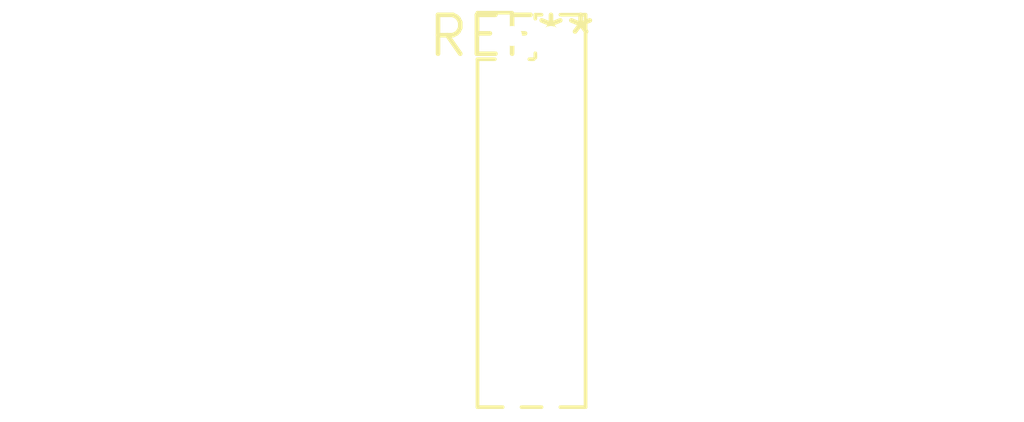
<source format=kicad_pcb>
(kicad_pcb (version 20240108) (generator pcbnew)
  (layers (0 "F.Cu" signal) (31 "B.Cu" signal) (34 "B.Paste" user) (35 "F.Paste" user) (36 "B.SilkS" user "B.Silkscreen") (37 "F.SilkS" user "F.Silkscreen") (38 "B.Mask" user) (39 "F.Mask" user) (44 "Edge.Cuts" user))
  (net 0 "")
  (footprint "PinHeader_2x10_P1.27mm_Vertical" (layer "F.Cu") (at 0 0)
    (property "Reference" "REF**")
    (property "Value" "PinHeader_2x10_P1.27mm_Vertical")
    (fp_line (start -1.13 -0.76) (end 0 -0.76) (layer "F.SilkS") (stroke (width 0.12)))
    (fp_line (start -1.13 0) (end -1.13 -0.76) (layer "F.SilkS") (stroke (width 0.12)))
    (fp_line (start -1.13 0.76) (end -1.13 12.125) (layer "F.SilkS") (stroke (width 0.12)))
    (fp_line (start -1.13 0.76) (end -0.563471 0.76) (layer "F.SilkS") (stroke (width 0.12)))
    (fp_line (start -1.13 12.125) (end -0.30753 12.125) (layer "F.SilkS") (stroke (width 0.12)))
    (fp_line (start 0.30753 12.125) (end 0.96247 12.125) (layer "F.SilkS") (stroke (width 0.12)))
    (fp_line (start 0.563471 0.76) (end 0.706529 0.76) (layer "F.SilkS") (stroke (width 0.12)))
    (fp_line (start 0.76 -0.695) (end 0.96247 -0.695) (layer "F.SilkS") (stroke (width 0.12)))
    (fp_line (start 0.76 -0.563471) (end 0.76 -0.695) (layer "F.SilkS") (stroke (width 0.12)))
    (fp_line (start 0.76 0.706529) (end 0.76 0.563471) (layer "F.SilkS") (stroke (width 0.12)))
    (fp_line (start 1.57753 -0.695) (end 2.4 -0.695) (layer "F.SilkS") (stroke (width 0.12)))
    (fp_line (start 1.57753 12.125) (end 2.4 12.125) (layer "F.SilkS") (stroke (width 0.12)))
    (fp_line (start 2.4 -0.695) (end 2.4 12.125) (layer "F.SilkS") (stroke (width 0.12)))
    (pad "1" thru_hole rect (at 0 0) (size 1 1) (drill 0.65) (layers *.Cu *.Mask) (remove_unused_layers))
    (pad "2" thru_hole oval (at 1.27 0) (size 1 1) (drill 0.65) (layers *.Cu *.Mask) (remove_unused_layers))
    (pad "3" thru_hole oval (at 0 1.27) (size 1 1) (drill 0.65) (layers *.Cu *.Mask) (remove_unused_layers))
    (pad "4" thru_hole oval (at 1.27 1.27) (size 1 1) (drill 0.65) (layers *.Cu *.Mask) (remove_unused_layers))
    (pad "5" thru_hole oval (at 0 2.54) (size 1 1) (drill 0.65) (layers *.Cu *.Mask) (remove_unused_layers))
    (pad "6" thru_hole oval (at 1.27 2.54) (size 1 1) (drill 0.65) (layers *.Cu *.Mask) (remove_unused_layers))
    (pad "7" thru_hole oval (at 0 3.81) (size 1 1) (drill 0.65) (layers *.Cu *.Mask) (remove_unused_layers))
    (pad "8" thru_hole oval (at 1.27 3.81) (size 1 1) (drill 0.65) (layers *.Cu *.Mask) (remove_unused_layers))
    (pad "9" thru_hole oval (at 0 5.08) (size 1 1) (drill 0.65) (layers *.Cu *.Mask) (remove_unused_layers))
    (pad "10" thru_hole oval (at 1.27 5.08) (size 1 1) (drill 0.65) (layers *.Cu *.Mask) (remove_unused_layers))
    (pad "11" thru_hole oval (at 0 6.35) (size 1 1) (drill 0.65) (layers *.Cu *.Mask) (remove_unused_layers))
    (pad "12" thru_hole oval (at 1.27 6.35) (size 1 1) (drill 0.65) (layers *.Cu *.Mask) (remove_unused_layers))
    (pad "13" thru_hole oval (at 0 7.62) (size 1 1) (drill 0.65) (layers *.Cu *.Mask) (remove_unused_layers))
    (pad "14" thru_hole oval (at 1.27 7.62) (size 1 1) (drill 0.65) (layers *.Cu *.Mask) (remove_unused_layers))
    (pad "15" thru_hole oval (at 0 8.89) (size 1 1) (drill 0.65) (layers *.Cu *.Mask) (remove_unused_layers))
    (pad "16" thru_hole oval (at 1.27 8.89) (size 1 1) (drill 0.65) (layers *.Cu *.Mask) (remove_unused_layers))
    (pad "17" thru_hole oval (at 0 10.16) (size 1 1) (drill 0.65) (layers *.Cu *.Mask) (remove_unused_layers))
    (pad "18" thru_hole oval (at 1.27 10.16) (size 1 1) (drill 0.65) (layers *.Cu *.Mask) (remove_unused_layers))
    (pad "19" thru_hole oval (at 0 11.43) (size 1 1) (drill 0.65) (layers *.Cu *.Mask) (remove_unused_layers))
    (pad "20" thru_hole oval (at 1.27 11.43) (size 1 1) (drill 0.65) (layers *.Cu *.Mask) (remove_unused_layers))
  )
)
</source>
